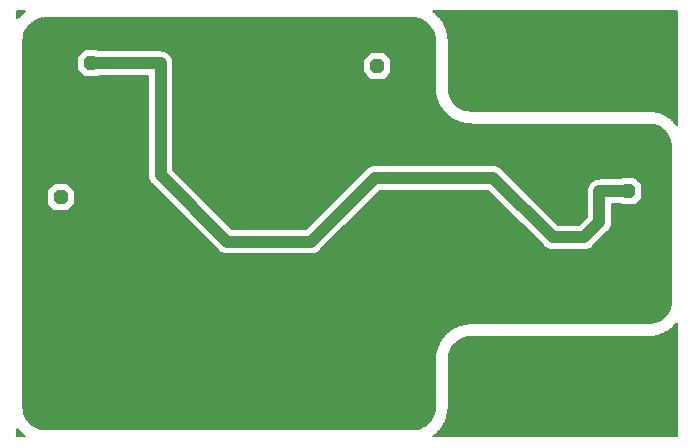
<source format=gbl>
%FSLAX35Y35*%
%MOIN*%
%IN*%
%ADD10C,0.00591*%
%ADD11C,0.01181*%
%ADD12C,0.03937*%
%ADD13R,0.19685X0.19685*%
%AMOCT_14*4,1,8,0.023622,0.011811,0.011811,0.023622,-0.011811,0.023622,-0.023622,0.011811,-0.023622,-0.011811,-0.011811,-0.023622,0.011811,-0.023622,0.023622,-0.011811,0.023622,0.011811,0*%
%ADD14OCT_14*%
G54D12*
X24803Y124409D02*
X48031Y124409D01*
X48031Y87007D01*
X70078Y64960D01*
X98228Y64960D01*
X119488Y86220D01*
X158858Y86220D01*
X178740Y66338D01*
X189173Y66338D01*
X194291Y71456D01*
X194291Y81692D02*
X194291Y71456D01*
X203937Y81692D02*
X194291Y81692D01*
G54D14*
X24803Y124409D03*
X203937Y81692D03*
X14763Y79724D03*
X120275Y123425D03*
G54D10*
X295Y0D02*
X2782Y0D01*
X138949Y0D02*
X220177Y0D01*
X295Y561D02*
X2033Y561D01*
X139699Y561D02*
X220177Y561D01*
X138949Y0D02*
X139734Y590D01*
X2782Y0D02*
X1997Y590D01*
X139734Y590D02*
X139795Y649D01*
X1997Y590D02*
X1936Y649D01*
X139795Y649D02*
X139824Y679D01*
X1936Y649D02*
X1908Y679D01*
X139824Y679D02*
X139939Y767D01*
X1908Y679D02*
X1792Y767D01*
X139939Y767D02*
X140001Y826D01*
X1792Y767D02*
X1731Y826D01*
X295Y1122D02*
X1435Y1122D01*
X140296Y1122D02*
X220177Y1122D01*
X295Y1683D02*
X874Y1683D01*
X140857Y1683D02*
X220177Y1683D01*
X140001Y826D02*
X140886Y1712D01*
X1731Y826D02*
X845Y1712D01*
X140886Y1712D02*
X140923Y1742D01*
X845Y1712D02*
X808Y1742D01*
X140923Y1742D02*
X140955Y1771D01*
X808Y1742D02*
X776Y1771D01*
X140955Y1771D02*
X140980Y1801D01*
X776Y1771D02*
X751Y1801D01*
X140980Y1801D02*
X141018Y1860D01*
X751Y1801D02*
X713Y1860D01*
X141018Y1860D02*
X141038Y1889D01*
X713Y1860D02*
X693Y1889D01*
X141038Y1889D02*
X141064Y1919D01*
X693Y1889D02*
X668Y1919D01*
X141064Y1919D02*
X141102Y1948D01*
X668Y1919D02*
X630Y1948D01*
X141102Y1948D02*
X141133Y1978D01*
X630Y1948D02*
X598Y1978D01*
X141133Y1978D02*
X141159Y2007D01*
X598Y1978D02*
X572Y2007D01*
X295Y2244D02*
X402Y2244D01*
X141329Y2244D02*
X220177Y2244D01*
X141159Y2007D02*
X141329Y2244D01*
X572Y2007D02*
X402Y2244D01*
X9360Y2332D02*
X132372Y2332D01*
X295Y2362D02*
X314Y2362D01*
X132372Y2332D02*
X132667Y2362D01*
X9360Y2332D02*
X9064Y2362D01*
X402Y2244D02*
X314Y2362D01*
X295Y0D02*
X295Y2362D01*
X132784Y2362D02*
X133065Y2391D01*
X8947Y2362D02*
X8667Y2391D01*
X133065Y2391D02*
X133879Y2568D01*
X8667Y2391D02*
X7852Y2568D01*
X133879Y2568D02*
X133998Y2598D01*
X7852Y2568D02*
X7733Y2598D01*
X7179Y2805D02*
X134553Y2805D01*
X141749Y2805D02*
X220177Y2805D01*
X133998Y2598D02*
X135027Y2982D01*
X7733Y2598D02*
X6704Y2982D01*
X141329Y2244D02*
X141948Y3070D01*
X141948Y3070D02*
X142000Y3129D01*
X142000Y3129D02*
X142038Y3188D01*
X142038Y3188D02*
X142079Y3277D01*
X6001Y3366D02*
X135730Y3366D01*
X142148Y3366D02*
X220177Y3366D01*
X142079Y3277D02*
X142122Y3336D01*
X142122Y3336D02*
X142148Y3366D01*
X142148Y3366D02*
X142186Y3425D01*
X142186Y3425D02*
X142216Y3484D01*
X135027Y2982D02*
X135946Y3484D01*
X6704Y2982D02*
X5785Y3484D01*
X135946Y3484D02*
X135991Y3513D01*
X5785Y3484D02*
X5740Y3513D01*
X5188Y3927D02*
X136543Y3927D01*
X142458Y3927D02*
X220177Y3927D01*
X135991Y3513D02*
X136820Y4133D01*
X5740Y3513D02*
X4912Y4133D01*
X136820Y4133D02*
X136910Y4222D01*
X4912Y4133D02*
X4821Y4222D01*
X4556Y4488D02*
X137176Y4488D01*
X142764Y4488D02*
X220177Y4488D01*
X142216Y3484D02*
X142874Y4694D01*
X142874Y4694D02*
X142918Y4812D01*
X142918Y4812D02*
X142934Y4842D01*
X142934Y4842D02*
X142972Y4901D01*
X136910Y4222D02*
X137589Y4901D01*
X4821Y4222D02*
X4142Y4901D01*
X142972Y4901D02*
X142997Y4960D01*
X4031Y5049D02*
X137700Y5049D01*
X143027Y5049D02*
X220177Y5049D01*
X142997Y4960D02*
X143016Y5019D01*
X137589Y4901D02*
X137943Y5374D01*
X4142Y4901D02*
X3788Y5374D01*
X3611Y5610D02*
X138120Y5610D01*
X143236Y5610D02*
X220177Y5610D01*
X137943Y5374D02*
X138230Y5757D01*
X3788Y5374D02*
X3501Y5757D01*
X138230Y5757D02*
X138296Y5875D01*
X3501Y5757D02*
X3435Y5875D01*
X3274Y6171D02*
X138457Y6171D01*
X143445Y6171D02*
X220177Y6171D01*
X143016Y5019D02*
X143497Y6318D01*
X143497Y6318D02*
X143522Y6437D01*
X143522Y6437D02*
X143566Y6555D01*
X143566Y6555D02*
X143587Y6643D01*
X2971Y6732D02*
X138760Y6732D01*
X143607Y6732D02*
X220177Y6732D01*
X138296Y5875D02*
X138760Y6732D01*
X3435Y5875D02*
X2971Y6732D01*
X2762Y7293D02*
X138969Y7293D01*
X143729Y7293D02*
X220177Y7293D01*
X138760Y6732D02*
X139131Y7736D01*
X2971Y6732D02*
X2600Y7736D01*
X2574Y7854D02*
X139157Y7854D01*
X143851Y7854D02*
X220177Y7854D01*
X143587Y6643D02*
X143880Y8001D01*
X143880Y8001D02*
X143887Y8120D01*
X143887Y8120D02*
X143919Y8267D01*
X2452Y8415D02*
X139279Y8415D01*
X143929Y8415D02*
X220177Y8415D01*
X143919Y8267D02*
X143933Y8474D01*
X139131Y7736D02*
X139356Y8769D01*
X2600Y7736D02*
X2375Y8769D01*
X2361Y8976D02*
X139371Y8976D01*
X143969Y8976D02*
X220177Y8976D01*
X2320Y9537D02*
X139411Y9537D01*
X144009Y9537D02*
X220177Y9537D01*
X143933Y8474D02*
X144020Y9714D01*
X144020Y9714D02*
X144021Y9773D01*
X144021Y9773D02*
X144025Y9832D01*
X139356Y8769D02*
X139438Y9950D01*
X2375Y8769D02*
X2293Y9950D01*
X2293Y10098D02*
X139438Y10098D01*
X144025Y10098D02*
X220177Y10098D01*
X2293Y10659D02*
X139438Y10659D01*
X144025Y10659D02*
X220177Y10659D01*
X2293Y11220D02*
X139438Y11220D01*
X144025Y11220D02*
X220177Y11220D01*
X2293Y11781D02*
X139438Y11781D01*
X144025Y11781D02*
X220177Y11781D01*
X2293Y12342D02*
X139438Y12342D01*
X144025Y12342D02*
X220177Y12342D01*
X2293Y12903D02*
X139438Y12903D01*
X144025Y12903D02*
X220177Y12903D01*
X2293Y13464D02*
X139438Y13464D01*
X144025Y13464D02*
X220177Y13464D01*
X2293Y14025D02*
X139438Y14025D01*
X144025Y14025D02*
X220177Y14025D01*
X2293Y14586D02*
X139438Y14586D01*
X144025Y14586D02*
X220177Y14586D01*
X2293Y15147D02*
X139438Y15147D01*
X144025Y15147D02*
X220177Y15147D01*
X2293Y15708D02*
X139438Y15708D01*
X144025Y15708D02*
X220177Y15708D01*
X2293Y16269D02*
X139438Y16269D01*
X144025Y16269D02*
X220177Y16269D01*
X2293Y16830D02*
X139438Y16830D01*
X144025Y16830D02*
X220177Y16830D01*
X2293Y17391D02*
X139438Y17391D01*
X144025Y17391D02*
X220177Y17391D01*
X2293Y17952D02*
X139438Y17952D01*
X144025Y17952D02*
X220177Y17952D01*
X2293Y18513D02*
X139438Y18513D01*
X144025Y18513D02*
X220177Y18513D01*
X2293Y19074D02*
X139438Y19074D01*
X144025Y19074D02*
X220177Y19074D01*
X2293Y19635D02*
X139438Y19635D01*
X144025Y19635D02*
X220177Y19635D01*
X2293Y20196D02*
X139438Y20196D01*
X144025Y20196D02*
X220177Y20196D01*
X2293Y20757D02*
X139438Y20757D01*
X144025Y20757D02*
X220177Y20757D01*
X2293Y21318D02*
X139438Y21318D01*
X144025Y21318D02*
X220177Y21318D01*
X2293Y21879D02*
X139438Y21879D01*
X144025Y21879D02*
X220177Y21879D01*
X2293Y22440D02*
X139438Y22440D01*
X144025Y22440D02*
X220177Y22440D01*
X2293Y23001D02*
X139438Y23001D01*
X144025Y23001D02*
X220177Y23001D01*
X2293Y23562D02*
X139438Y23562D01*
X144025Y23562D02*
X220177Y23562D01*
X2293Y24124D02*
X139438Y24124D01*
X144025Y24124D02*
X220177Y24124D01*
X2293Y24685D02*
X139438Y24685D01*
X144025Y24685D02*
X220177Y24685D01*
X2293Y25246D02*
X139438Y25246D01*
X144025Y25246D02*
X220177Y25246D01*
X144025Y9832D02*
X144027Y25541D01*
X139438Y9950D02*
X139440Y25629D01*
X139440Y25629D02*
X139444Y25688D01*
X139444Y25688D02*
X139444Y25748D01*
X2293Y25807D02*
X139448Y25807D01*
X144046Y25807D02*
X220177Y25807D01*
X139444Y25748D02*
X139459Y25954D01*
X2293Y26368D02*
X139488Y26368D01*
X144087Y26368D02*
X220177Y26368D01*
X144027Y25541D02*
X144108Y26663D01*
X2293Y26929D02*
X139528Y26929D01*
X144165Y26929D02*
X220177Y26929D01*
X139459Y25954D02*
X139548Y27194D01*
X139548Y27194D02*
X139562Y27253D01*
X139562Y27253D02*
X139576Y27312D01*
X144108Y26663D02*
X144262Y27372D01*
X2293Y27490D02*
X139593Y27490D01*
X144287Y27490D02*
X220177Y27490D01*
X139576Y27312D02*
X139593Y27490D01*
X139593Y27490D02*
X139626Y27637D01*
X144262Y27372D02*
X144340Y27726D01*
X2293Y28051D02*
X139716Y28051D01*
X144461Y28051D02*
X220177Y28051D01*
X2293Y28612D02*
X139838Y28612D01*
X144671Y28612D02*
X220177Y28612D01*
X144340Y27726D02*
X144716Y28730D01*
X139626Y27637D02*
X139897Y28877D01*
X139897Y28877D02*
X139930Y28966D01*
X139930Y28966D02*
X139949Y29025D01*
X2293Y29173D02*
X139985Y29173D01*
X144958Y29173D02*
X220177Y29173D01*
X139949Y29025D02*
X139975Y29143D01*
X139975Y29143D02*
X140029Y29291D01*
X144716Y28730D02*
X145233Y29675D01*
X2293Y29734D02*
X140194Y29734D01*
X145277Y29734D02*
X220177Y29734D01*
X2293Y30295D02*
X140404Y30295D01*
X145697Y30295D02*
X220177Y30295D01*
X145233Y29675D02*
X145874Y30531D01*
X140029Y29291D02*
X140492Y30531D01*
X140492Y30531D02*
X140558Y30649D01*
X140558Y30649D02*
X140603Y30767D01*
X2293Y30856D02*
X140651Y30856D01*
X146199Y30856D02*
X220177Y30856D01*
X140603Y30767D02*
X140699Y30944D01*
X145874Y30531D02*
X146644Y31299D01*
X2293Y31417D02*
X140957Y31417D01*
X146802Y31417D02*
X220177Y31417D01*
X146644Y31299D02*
X147472Y31919D01*
X2293Y31978D02*
X141264Y31978D01*
X147571Y31978D02*
X220177Y31978D01*
X147472Y31919D02*
X147517Y31948D01*
X140699Y30944D02*
X141316Y32066D01*
X141316Y32066D02*
X141364Y32125D01*
X141364Y32125D02*
X141384Y32155D01*
X141384Y32155D02*
X141411Y32214D01*
X141411Y32214D02*
X141442Y32273D01*
X141442Y32273D02*
X141463Y32303D01*
X141463Y32303D02*
X141538Y32391D01*
X147517Y31948D02*
X148436Y32450D01*
X2293Y32539D02*
X141648Y32539D01*
X148674Y32539D02*
X220177Y32539D01*
X148436Y32450D02*
X149149Y32716D01*
X149149Y32716D02*
X149465Y32834D01*
X149465Y32834D02*
X149584Y32864D01*
X149584Y32864D02*
X150399Y33041D01*
X2293Y33100D02*
X142068Y33100D01*
X151092Y33100D02*
X220177Y33100D01*
X150399Y33041D02*
X150679Y33070D01*
X150797Y33070D02*
X151092Y33100D01*
X210334Y33100D02*
X210629Y33129D01*
X210678Y33129D02*
X210973Y33159D01*
X211090Y33159D02*
X211386Y33188D01*
X211503Y33188D02*
X211799Y33218D01*
X211885Y33218D02*
X212180Y33248D01*
X212180Y33248D02*
X212436Y33277D01*
X212436Y33277D02*
X212584Y33307D01*
X212584Y33307D02*
X212692Y33336D01*
X141538Y32391D02*
X142267Y33366D01*
X142267Y33366D02*
X142305Y33425D01*
X142305Y33425D02*
X142330Y33454D01*
X142330Y33454D02*
X142362Y33484D01*
X142362Y33484D02*
X142400Y33513D01*
X142400Y33513D02*
X142426Y33543D01*
X212692Y33336D02*
X213642Y33543D01*
X213642Y33543D02*
X213808Y33572D01*
X213808Y33572D02*
X213956Y33602D01*
X2293Y33661D02*
X142509Y33661D01*
X214084Y33661D02*
X220177Y33661D01*
X213956Y33602D02*
X214013Y33631D01*
X142426Y33543D02*
X142483Y33631D01*
X214013Y33631D02*
X214084Y33661D01*
X142483Y33631D02*
X142509Y33661D01*
X214084Y33661D02*
X214224Y33690D01*
X142509Y33661D02*
X142540Y33690D01*
X142540Y33690D02*
X142577Y33720D01*
X214224Y33690D02*
X215491Y34163D01*
X2293Y34222D02*
X143079Y34222D01*
X215614Y34222D02*
X220177Y34222D01*
X215491Y34163D02*
X215557Y34192D01*
X215557Y34192D02*
X215668Y34251D01*
X215668Y34251D02*
X215781Y34281D01*
X215781Y34281D02*
X215838Y34311D01*
X215838Y34311D02*
X215879Y34340D01*
X215879Y34340D02*
X215926Y34370D01*
X142577Y33720D02*
X143524Y34665D01*
X143524Y34665D02*
X143602Y34724D01*
X2293Y34783D02*
X143669Y34783D01*
X216683Y34783D02*
X220177Y34783D01*
X143602Y34724D02*
X143640Y34753D01*
X143640Y34753D02*
X143729Y34842D01*
X143729Y34842D02*
X143804Y34901D01*
X215926Y34370D02*
X216954Y34931D01*
X216954Y34931D02*
X217070Y34990D01*
X217070Y34990D02*
X217111Y35019D01*
X217111Y35019D02*
X217143Y35049D01*
X217143Y35049D02*
X217182Y35078D01*
X217182Y35078D02*
X217243Y35108D01*
X217243Y35108D02*
X217300Y35137D01*
X217300Y35137D02*
X217340Y35167D01*
X217340Y35167D02*
X217374Y35196D01*
X2293Y35344D02*
X144396Y35344D01*
X217571Y35344D02*
X220177Y35344D01*
X143804Y34901D02*
X144830Y35669D01*
X144830Y35669D02*
X144863Y35698D01*
X144863Y35698D02*
X144904Y35728D01*
X144904Y35728D02*
X144961Y35757D01*
X144961Y35757D02*
X145022Y35787D01*
X145022Y35787D02*
X145060Y35816D01*
X145060Y35816D02*
X145093Y35846D01*
X2293Y35905D02*
X145190Y35905D01*
X218321Y35905D02*
X220177Y35905D01*
X145093Y35846D02*
X145133Y35875D01*
X145133Y35875D02*
X145358Y35994D01*
X217374Y35196D02*
X218475Y36023D01*
X218475Y36023D02*
X218535Y36082D01*
X218535Y36082D02*
X218564Y36112D01*
X218564Y36112D02*
X218680Y36200D01*
X218680Y36200D02*
X218741Y36259D01*
X2293Y36466D02*
X146223Y36466D01*
X218947Y36466D02*
X220177Y36466D01*
X145358Y35994D02*
X146278Y36496D01*
X146278Y36496D02*
X146325Y36525D01*
X146325Y36525D02*
X146366Y36555D01*
X146366Y36555D02*
X146423Y36584D01*
X146423Y36584D02*
X146536Y36614D01*
X146536Y36614D02*
X146646Y36673D01*
X146646Y36673D02*
X146713Y36702D01*
X2293Y37027D02*
X147584Y37027D01*
X219508Y37027D02*
X220177Y37027D01*
X218741Y36259D02*
X219627Y37145D01*
X219627Y37145D02*
X219663Y37175D01*
X146713Y36702D02*
X147980Y37175D01*
X219663Y37175D02*
X219695Y37204D01*
X147980Y37175D02*
X148119Y37204D01*
X219695Y37204D02*
X219721Y37234D01*
X148119Y37204D02*
X148191Y37234D01*
X148191Y37234D02*
X148248Y37263D01*
X148248Y37263D02*
X148395Y37293D01*
X219721Y37234D02*
X219759Y37293D01*
X219759Y37293D02*
X219778Y37322D01*
X148395Y37293D02*
X148562Y37322D01*
X219778Y37322D02*
X219804Y37352D01*
X219804Y37352D02*
X219842Y37381D01*
X219842Y37381D02*
X219873Y37411D01*
X219873Y37411D02*
X219899Y37440D01*
X148562Y37322D02*
X149512Y37529D01*
X2293Y37588D02*
X149768Y37588D01*
X220003Y37588D02*
X220177Y37588D01*
X149512Y37529D02*
X149620Y37559D01*
X149620Y37559D02*
X149768Y37588D01*
X149768Y37588D02*
X150024Y37618D01*
X150024Y37618D02*
X150319Y37647D01*
X150405Y37647D02*
X150700Y37677D01*
X219899Y37440D02*
X220069Y37677D01*
X150818Y37677D02*
X151113Y37706D01*
X151870Y37765D02*
X210816Y37765D01*
X151231Y37706D02*
X151526Y37736D01*
X220158Y37795D02*
X220177Y37795D01*
X151574Y37736D02*
X151870Y37765D01*
X211112Y37765D02*
X211407Y37795D01*
X220069Y37677D02*
X220158Y37795D01*
X220177Y0D02*
X220177Y37795D01*
X211525Y37795D02*
X211805Y37824D01*
X211805Y37824D02*
X212619Y38001D01*
X212619Y38001D02*
X212739Y38031D01*
X2293Y38149D02*
X213055Y38149D01*
X212739Y38031D02*
X213767Y38415D01*
X2293Y38710D02*
X214308Y38710D01*
X213767Y38415D02*
X214687Y38917D01*
X214687Y38917D02*
X214731Y38946D01*
X2293Y39271D02*
X215165Y39271D01*
X214731Y38946D02*
X215560Y39566D01*
X215560Y39566D02*
X215650Y39655D01*
X2293Y39832D02*
X215827Y39832D01*
X215650Y39655D02*
X216329Y40334D01*
X2293Y40393D02*
X216374Y40393D01*
X216329Y40334D02*
X216683Y40807D01*
X2293Y40954D02*
X216794Y40954D01*
X216683Y40807D02*
X216971Y41190D01*
X216971Y41190D02*
X217036Y41309D01*
X2293Y41515D02*
X217149Y41515D01*
X2293Y42076D02*
X217456Y42076D01*
X217036Y41309D02*
X217500Y42165D01*
X2293Y42637D02*
X217676Y42637D01*
X2293Y43198D02*
X217878Y43198D01*
X217500Y42165D02*
X217871Y43169D01*
X2293Y43759D02*
X218000Y43759D01*
X217871Y43169D02*
X218096Y44202D01*
X2293Y44320D02*
X218105Y44320D01*
X2293Y44881D02*
X218145Y44881D01*
X218096Y44202D02*
X218179Y45383D01*
X2293Y45442D02*
X218179Y45442D01*
X2293Y46003D02*
X218179Y46003D01*
X2293Y46564D02*
X218179Y46564D01*
X2293Y47125D02*
X218179Y47125D01*
X2293Y47687D02*
X218179Y47687D01*
X2293Y48248D02*
X218179Y48248D01*
X2293Y48809D02*
X218179Y48809D01*
X2293Y49370D02*
X218179Y49370D01*
X2293Y49931D02*
X218179Y49931D01*
X2293Y50492D02*
X218179Y50492D01*
X2293Y51053D02*
X218179Y51053D01*
X2293Y51614D02*
X218179Y51614D01*
X2293Y52175D02*
X218179Y52175D01*
X2293Y52736D02*
X218179Y52736D01*
X2293Y53297D02*
X218179Y53297D01*
X2293Y53858D02*
X218179Y53858D01*
X2293Y54419D02*
X218179Y54419D01*
X2293Y54980D02*
X218179Y54980D01*
X2293Y55541D02*
X218179Y55541D01*
X2293Y56102D02*
X218179Y56102D01*
X2293Y56663D02*
X218179Y56663D01*
X2293Y57224D02*
X218179Y57224D01*
X2293Y57785D02*
X218179Y57785D01*
X2293Y58346D02*
X218179Y58346D01*
X2293Y58907D02*
X218179Y58907D01*
X2293Y59468D02*
X218179Y59468D01*
X2293Y60029D02*
X218179Y60029D01*
X2293Y60590D02*
X218179Y60590D01*
X70292Y60679D02*
X98014Y60679D01*
X69890Y60708D02*
X69997Y60708D01*
X98309Y60708D02*
X98416Y60708D01*
X98447Y60679D02*
X98477Y60708D01*
X98447Y60679D02*
X98416Y60708D01*
X98014Y60679D02*
X98309Y60708D01*
X70292Y60679D02*
X69997Y60708D01*
X69859Y60679D02*
X69890Y60708D01*
X69859Y60679D02*
X69829Y60708D01*
X98477Y60708D02*
X98799Y60767D01*
X69829Y60708D02*
X69507Y60767D01*
X98861Y60767D02*
X99156Y60797D01*
X69445Y60767D02*
X69150Y60797D01*
X99156Y60797D02*
X99304Y60826D01*
X69150Y60797D02*
X69003Y60826D01*
X99304Y60826D02*
X99360Y60856D01*
X69003Y60826D02*
X68946Y60856D01*
X99360Y60856D02*
X99430Y60885D01*
X68946Y60856D02*
X68876Y60885D01*
X99430Y60885D02*
X99555Y60915D01*
X68876Y60885D02*
X68752Y60915D01*
X99555Y60915D02*
X99817Y61033D01*
X68752Y60915D02*
X68489Y61033D01*
X99817Y61033D02*
X99889Y61062D01*
X68489Y61033D02*
X68417Y61062D01*
X2293Y61151D02*
X68184Y61151D01*
X100122Y61151D02*
X218179Y61151D01*
X99889Y61062D02*
X100122Y61151D01*
X68417Y61062D02*
X68184Y61151D01*
X100122Y61151D02*
X100190Y61181D01*
X68184Y61151D02*
X68116Y61181D01*
X100190Y61181D02*
X100247Y61210D01*
X68116Y61181D02*
X68059Y61210D01*
X100247Y61210D02*
X100290Y61240D01*
X68059Y61210D02*
X68016Y61240D01*
X100290Y61240D02*
X100342Y61269D01*
X68016Y61240D02*
X67964Y61269D01*
X100342Y61269D02*
X100453Y61328D01*
X67964Y61269D02*
X67853Y61328D01*
X100453Y61328D02*
X100532Y61387D01*
X67853Y61328D02*
X67774Y61387D01*
X100532Y61387D02*
X100760Y61564D01*
X67774Y61387D02*
X67546Y61564D01*
X2293Y61712D02*
X67332Y61712D01*
X100974Y61712D02*
X218179Y61712D01*
X100760Y61564D02*
X101015Y61742D01*
X67546Y61564D02*
X67291Y61742D01*
X101015Y61742D02*
X101053Y61771D01*
X67291Y61742D02*
X67253Y61771D01*
X101053Y61771D02*
X101084Y61801D01*
X67253Y61771D02*
X67222Y61801D01*
X101084Y61801D02*
X101137Y61860D01*
X67222Y61801D02*
X67169Y61860D01*
X101137Y61860D02*
X101247Y61948D01*
X67169Y61860D02*
X67059Y61948D01*
X101247Y61948D02*
X101273Y61978D01*
X67059Y61948D02*
X67034Y61978D01*
X179035Y62037D02*
X188877Y62037D01*
X188877Y62037D02*
X189173Y62066D01*
X179035Y62037D02*
X178740Y62066D01*
X189180Y62066D02*
X189476Y62096D01*
X178732Y62066D02*
X178437Y62096D01*
X189476Y62096D02*
X189637Y62125D01*
X178437Y62096D02*
X178276Y62125D01*
X189637Y62125D02*
X189821Y62155D01*
X178276Y62125D02*
X178091Y62155D01*
X189821Y62155D02*
X190101Y62185D01*
X178091Y62155D02*
X177812Y62185D01*
X190101Y62185D02*
X190248Y62214D01*
X177812Y62185D02*
X177664Y62214D01*
X2293Y62273D02*
X66738Y62273D01*
X101568Y62273D02*
X177438Y62273D01*
X190474Y62273D02*
X218179Y62273D01*
X190248Y62214D02*
X190326Y62244D01*
X177664Y62214D02*
X177586Y62244D01*
X190326Y62244D02*
X190474Y62273D01*
X177586Y62244D02*
X177438Y62273D01*
X190474Y62273D02*
X190587Y62332D01*
X177438Y62273D02*
X177325Y62332D01*
X190587Y62332D02*
X190784Y62421D01*
X177325Y62332D02*
X177129Y62421D01*
X190784Y62421D02*
X190937Y62480D01*
X177129Y62421D02*
X176975Y62480D01*
X190937Y62480D02*
X191015Y62509D01*
X176975Y62480D02*
X176897Y62509D01*
X191015Y62509D02*
X191123Y62539D01*
X176897Y62509D02*
X176790Y62539D01*
X191123Y62539D02*
X191179Y62568D01*
X176790Y62539D02*
X176733Y62568D01*
X191179Y62568D02*
X191220Y62598D01*
X176733Y62568D02*
X176692Y62598D01*
X191220Y62598D02*
X191252Y62627D01*
X176692Y62598D02*
X176660Y62627D01*
X191252Y62627D02*
X191327Y62657D01*
X176660Y62627D02*
X176586Y62657D01*
X191327Y62657D02*
X191384Y62687D01*
X176586Y62657D02*
X176529Y62687D01*
X191384Y62687D02*
X191424Y62716D01*
X176529Y62687D02*
X176488Y62716D01*
X191424Y62716D02*
X191489Y62775D01*
X176488Y62716D02*
X176423Y62775D01*
X2293Y62834D02*
X66177Y62834D01*
X102129Y62834D02*
X176348Y62834D01*
X191565Y62834D02*
X218179Y62834D01*
X191489Y62775D02*
X191678Y62923D01*
X176423Y62775D02*
X176235Y62923D01*
X191678Y62923D02*
X191848Y63041D01*
X176235Y62923D02*
X176065Y63041D01*
X191848Y63041D02*
X191892Y63070D01*
X176065Y63041D02*
X176020Y63070D01*
X191892Y63070D02*
X191949Y63100D01*
X176020Y63070D02*
X175964Y63100D01*
X191949Y63100D02*
X191990Y63129D01*
X175964Y63100D02*
X175923Y63129D01*
X191990Y63129D02*
X192021Y63159D01*
X175923Y63129D02*
X175891Y63159D01*
X192021Y63159D02*
X192047Y63188D01*
X175891Y63159D02*
X175866Y63188D01*
X192047Y63188D02*
X192092Y63248D01*
X175866Y63188D02*
X175820Y63248D01*
X192092Y63248D02*
X192166Y63307D01*
X175820Y63248D02*
X175746Y63307D01*
X2293Y63395D02*
X65616Y63395D01*
X102690Y63395D02*
X175656Y63395D01*
X192257Y63395D02*
X218179Y63395D01*
X192166Y63307D02*
X192227Y63366D01*
X175746Y63307D02*
X175685Y63366D01*
X2293Y63956D02*
X65055Y63956D01*
X103251Y63956D02*
X175095Y63956D01*
X192818Y63956D02*
X218179Y63956D01*
X2293Y64517D02*
X64494Y64517D01*
X103812Y64517D02*
X174534Y64517D01*
X193379Y64517D02*
X218179Y64517D01*
X2293Y65078D02*
X63933Y65078D01*
X104373Y65078D02*
X173973Y65078D01*
X193940Y65078D02*
X218179Y65078D01*
X2293Y65639D02*
X63372Y65639D01*
X104934Y65639D02*
X173411Y65639D01*
X194501Y65639D02*
X218179Y65639D01*
X2293Y66200D02*
X62811Y66200D01*
X105495Y66200D02*
X172850Y66200D01*
X195062Y66200D02*
X218179Y66200D01*
X2293Y66761D02*
X62250Y66761D01*
X106056Y66761D02*
X172289Y66761D01*
X195623Y66761D02*
X218179Y66761D01*
X2293Y67322D02*
X61689Y67322D01*
X106617Y67322D02*
X171728Y67322D01*
X196184Y67322D02*
X218179Y67322D01*
X2293Y67883D02*
X61128Y67883D01*
X107178Y67883D02*
X171167Y67883D01*
X196745Y67883D02*
X218179Y67883D01*
X2293Y68444D02*
X60567Y68444D01*
X107739Y68444D02*
X170606Y68444D01*
X197310Y68444D02*
X218179Y68444D01*
X192227Y63366D02*
X197278Y68415D01*
X197278Y68415D02*
X197310Y68444D01*
X197310Y68444D02*
X197336Y68474D01*
X197336Y68474D02*
X197379Y68533D01*
X197379Y68533D02*
X197441Y68592D01*
X197441Y68592D02*
X197472Y68622D01*
X197472Y68622D02*
X197498Y68651D01*
X197498Y68651D02*
X197661Y68887D01*
X2293Y69005D02*
X60006Y69005D01*
X108300Y69005D02*
X170045Y69005D01*
X197749Y69005D02*
X218179Y69005D01*
X197661Y68887D02*
X197726Y68976D01*
X71824Y69242D02*
X96482Y69242D01*
X197726Y68976D02*
X197933Y69242D01*
X197933Y69242D02*
X197964Y69301D01*
X197964Y69301D02*
X197990Y69360D01*
X197990Y69360D02*
X198079Y69507D01*
X2293Y69566D02*
X59445Y69566D01*
X71499Y69566D02*
X96807Y69566D01*
X108861Y69566D02*
X169484Y69566D01*
X198102Y69566D02*
X218179Y69566D01*
X198079Y69507D02*
X198216Y69862D01*
X2293Y70127D02*
X58884Y70127D01*
X70938Y70127D02*
X97368Y70127D01*
X109422Y70127D02*
X168923Y70127D01*
X198335Y70127D02*
X218179Y70127D01*
X198216Y69862D02*
X198359Y70187D01*
X198359Y70187D02*
X198373Y70246D01*
X198373Y70246D02*
X198393Y70334D01*
X198393Y70334D02*
X198423Y70423D01*
X198423Y70423D02*
X198437Y70482D01*
X180475Y70629D02*
X187437Y70629D01*
X2293Y70688D02*
X58323Y70688D01*
X70377Y70688D02*
X97929Y70688D01*
X109983Y70688D02*
X168362Y70688D01*
X180416Y70688D02*
X187496Y70688D01*
X198462Y70688D02*
X218179Y70688D01*
X198437Y70482D02*
X198487Y70866D01*
X198487Y70866D02*
X198544Y71190D01*
X2293Y71250D02*
X57762Y71250D01*
X69816Y71250D02*
X98490Y71250D01*
X110544Y71250D02*
X167801Y71250D01*
X179855Y71250D02*
X188057Y71250D01*
X198544Y71250D02*
X218179Y71250D01*
X198544Y71190D02*
X198544Y71250D01*
X198544Y71250D02*
X198541Y71338D01*
X198541Y71338D02*
X198553Y71456D01*
X2293Y71811D02*
X57201Y71811D01*
X69255Y71811D02*
X99051Y71811D01*
X111105Y71811D02*
X167240Y71811D01*
X179294Y71811D02*
X188618Y71811D01*
X198553Y71811D02*
X218179Y71811D01*
X2293Y72372D02*
X56640Y72372D01*
X68694Y72372D02*
X99612Y72372D01*
X111666Y72372D02*
X166679Y72372D01*
X178733Y72372D02*
X189179Y72372D01*
X198553Y72372D02*
X218179Y72372D01*
X2293Y72933D02*
X56079Y72933D01*
X68133Y72933D02*
X100173Y72933D01*
X112227Y72933D02*
X166118Y72933D01*
X178172Y72933D02*
X189740Y72933D01*
X198553Y72933D02*
X218179Y72933D01*
X187437Y70629D02*
X190006Y73198D01*
X190006Y73198D02*
X190029Y73228D01*
X2293Y73494D02*
X55518Y73494D01*
X67572Y73494D02*
X100734Y73494D01*
X112788Y73494D02*
X165557Y73494D01*
X177611Y73494D02*
X190029Y73494D01*
X198553Y73494D02*
X218179Y73494D01*
X2293Y74055D02*
X54957Y74055D01*
X67011Y74055D02*
X101295Y74055D01*
X113349Y74055D02*
X164996Y74055D01*
X177050Y74055D02*
X190029Y74055D01*
X198553Y74055D02*
X218179Y74055D01*
X2293Y74616D02*
X54396Y74616D01*
X66450Y74616D02*
X101856Y74616D01*
X113910Y74616D02*
X164435Y74616D01*
X176489Y74616D02*
X190029Y74616D01*
X198553Y74616D02*
X218179Y74616D01*
X12923Y75029D02*
X16604Y75029D01*
X16604Y75029D02*
X16899Y75059D01*
X12923Y75029D02*
X12627Y75059D01*
X16899Y75059D02*
X17047Y75088D01*
X12627Y75059D02*
X12480Y75088D01*
X17047Y75088D02*
X17104Y75118D01*
X12480Y75088D02*
X12423Y75118D01*
X2293Y75177D02*
X12350Y75177D01*
X17176Y75177D02*
X53835Y75177D01*
X65889Y75177D02*
X102417Y75177D01*
X114471Y75177D02*
X163874Y75177D01*
X175928Y75177D02*
X190029Y75177D01*
X198553Y75177D02*
X218179Y75177D01*
X17104Y75118D02*
X17144Y75147D01*
X12423Y75118D02*
X12382Y75147D01*
X17144Y75147D02*
X17176Y75177D01*
X12382Y75147D02*
X12350Y75177D01*
X17176Y75177D02*
X17255Y75265D01*
X12350Y75177D02*
X12272Y75265D01*
X2293Y75738D02*
X11799Y75738D01*
X17727Y75738D02*
X53274Y75738D01*
X65328Y75738D02*
X102978Y75738D01*
X115032Y75738D02*
X163313Y75738D01*
X175367Y75738D02*
X190029Y75738D01*
X198553Y75738D02*
X218179Y75738D01*
X2293Y76299D02*
X11238Y76299D01*
X18288Y76299D02*
X52713Y76299D01*
X64767Y76299D02*
X103539Y76299D01*
X115593Y76299D02*
X162752Y76299D01*
X174806Y76299D02*
X190029Y76299D01*
X198553Y76299D02*
X218179Y76299D01*
X2293Y76860D02*
X10677Y76860D01*
X18849Y76860D02*
X52152Y76860D01*
X64206Y76860D02*
X104100Y76860D01*
X116154Y76860D02*
X162191Y76860D01*
X174245Y76860D02*
X190029Y76860D01*
X198553Y76860D02*
X218179Y76860D01*
X202096Y77007D02*
X205777Y77007D01*
X205777Y77007D02*
X206072Y77037D01*
X202096Y77007D02*
X201801Y77037D01*
X206072Y77037D02*
X206220Y77066D01*
X201801Y77037D02*
X201653Y77066D01*
X206220Y77066D02*
X206277Y77096D01*
X201653Y77066D02*
X201596Y77096D01*
X206277Y77096D02*
X206318Y77125D01*
X201596Y77096D02*
X201555Y77125D01*
X206318Y77125D02*
X206379Y77185D01*
X201555Y77125D02*
X201494Y77185D01*
X17255Y75265D02*
X19292Y77303D01*
X12272Y75265D02*
X10234Y77303D01*
X19292Y77303D02*
X19318Y77332D01*
X10234Y77303D02*
X10209Y77332D01*
X198553Y77391D02*
X201287Y77391D01*
X2293Y77421D02*
X10151Y77421D01*
X19375Y77421D02*
X51591Y77421D01*
X63645Y77421D02*
X104661Y77421D01*
X116715Y77421D02*
X161630Y77421D01*
X173684Y77421D02*
X190029Y77421D01*
X206615Y77421D02*
X218179Y77421D01*
X19318Y77332D02*
X19358Y77391D01*
X10209Y77332D02*
X10168Y77391D01*
X201494Y77185D02*
X201287Y77391D01*
X198553Y71456D02*
X198553Y77391D01*
X19358Y77391D02*
X19389Y77450D01*
X10168Y77391D02*
X10137Y77450D01*
X19389Y77450D02*
X19408Y77509D01*
X10137Y77450D02*
X10118Y77509D01*
X19408Y77509D02*
X19418Y77568D01*
X10118Y77509D02*
X10109Y77568D01*
X19418Y77568D02*
X19419Y77687D01*
X10109Y77568D02*
X10108Y77687D01*
X2293Y77982D02*
X10108Y77982D01*
X19419Y77982D02*
X51030Y77982D01*
X63084Y77982D02*
X105223Y77982D01*
X117276Y77982D02*
X161069Y77982D01*
X173123Y77982D02*
X190029Y77982D01*
X207176Y77982D02*
X218179Y77982D01*
X2293Y78543D02*
X10108Y78543D01*
X19419Y78543D02*
X50469Y78543D01*
X62523Y78543D02*
X105784Y78543D01*
X117838Y78543D02*
X160508Y78543D01*
X172562Y78543D02*
X190029Y78543D01*
X207737Y78543D02*
X218179Y78543D01*
X2293Y79104D02*
X10108Y79104D01*
X19419Y79104D02*
X49908Y79104D01*
X61962Y79104D02*
X106345Y79104D01*
X118399Y79104D02*
X159947Y79104D01*
X172001Y79104D02*
X190029Y79104D01*
X208298Y79104D02*
X218179Y79104D01*
X206379Y77185D02*
X208416Y79222D01*
X208416Y79222D02*
X208453Y79251D01*
X208453Y79251D02*
X208485Y79281D01*
X208485Y79281D02*
X208511Y79311D01*
X208511Y79311D02*
X208549Y79370D01*
X208549Y79370D02*
X208573Y79429D01*
X208573Y79429D02*
X208587Y79488D01*
X208587Y79488D02*
X208592Y79547D01*
X2293Y79665D02*
X10108Y79665D01*
X19419Y79665D02*
X49347Y79665D01*
X61401Y79665D02*
X106906Y79665D01*
X118960Y79665D02*
X159386Y79665D01*
X171440Y79665D02*
X190029Y79665D01*
X208592Y79665D02*
X218179Y79665D01*
X2293Y80226D02*
X10108Y80226D01*
X19419Y80226D02*
X48786Y80226D01*
X60839Y80226D02*
X107467Y80226D01*
X119521Y80226D02*
X158825Y80226D01*
X170879Y80226D02*
X190029Y80226D01*
X208592Y80226D02*
X218179Y80226D01*
X2293Y80787D02*
X10108Y80787D01*
X19419Y80787D02*
X48224Y80787D01*
X60278Y80787D02*
X108028Y80787D01*
X120082Y80787D02*
X158264Y80787D01*
X170318Y80787D02*
X190029Y80787D01*
X208592Y80787D02*
X218179Y80787D01*
X2293Y81348D02*
X10108Y81348D01*
X19419Y81348D02*
X47663Y81348D01*
X59717Y81348D02*
X108589Y81348D01*
X120643Y81348D02*
X157703Y81348D01*
X169757Y81348D02*
X190029Y81348D01*
X208592Y81348D02*
X218179Y81348D01*
X190029Y73228D02*
X190030Y81732D01*
X2293Y81909D02*
X10112Y81909D01*
X19414Y81909D02*
X47102Y81909D01*
X59156Y81909D02*
X109150Y81909D01*
X121204Y81909D02*
X157142Y81909D01*
X169196Y81909D02*
X190053Y81909D01*
X208592Y81909D02*
X218179Y81909D01*
X19419Y77687D02*
X19418Y81879D01*
X10108Y77687D02*
X10109Y81879D01*
X121233Y81938D02*
X157112Y81938D01*
X19418Y81879D02*
X19408Y81938D01*
X10109Y81879D02*
X10118Y81938D01*
X175685Y63366D02*
X157112Y81938D01*
X101273Y61978D02*
X121233Y81938D01*
X19408Y81938D02*
X19389Y81998D01*
X10118Y81938D02*
X10137Y81998D01*
X190030Y81732D02*
X190057Y81998D01*
X19389Y81998D02*
X19358Y82057D01*
X10137Y81998D02*
X10168Y82057D01*
X19358Y82057D02*
X19318Y82116D01*
X10168Y82057D02*
X10209Y82116D01*
X19318Y82116D02*
X19292Y82145D01*
X10209Y82116D02*
X10234Y82145D01*
X190057Y81998D02*
X190058Y82175D01*
X190058Y82175D02*
X190071Y82263D01*
X2293Y82470D02*
X10559Y82470D01*
X18967Y82470D02*
X46541Y82470D01*
X58595Y82470D02*
X109711Y82470D01*
X168635Y82470D02*
X190121Y82470D01*
X208592Y82470D02*
X218179Y82470D01*
X190071Y82263D02*
X190121Y82470D01*
X190121Y82470D02*
X190152Y82706D01*
X190152Y82706D02*
X190170Y82765D01*
X190170Y82765D02*
X190246Y82972D01*
X2293Y83031D02*
X11120Y83031D01*
X18406Y83031D02*
X45980Y83031D01*
X58034Y83031D02*
X110272Y83031D01*
X168074Y83031D02*
X190261Y83031D01*
X208592Y83031D02*
X218179Y83031D01*
X190246Y82972D02*
X190298Y83179D01*
X190298Y83179D02*
X190322Y83238D01*
X190322Y83238D02*
X190367Y83326D01*
X190367Y83326D02*
X190428Y83444D01*
X2293Y83592D02*
X11681Y83592D01*
X17845Y83592D02*
X45419Y83592D01*
X57473Y83592D02*
X110833Y83592D01*
X167513Y83592D02*
X190484Y83592D01*
X208592Y83592D02*
X218179Y83592D01*
X190428Y83444D02*
X190517Y83681D01*
X190517Y83681D02*
X190555Y83740D01*
X190555Y83740D02*
X190580Y83769D01*
X208592Y79547D02*
X208591Y83858D01*
X190580Y83769D02*
X190662Y83887D01*
X208591Y83858D02*
X208582Y83917D01*
X208582Y83917D02*
X208562Y83976D01*
X67034Y61978D02*
X45007Y84005D01*
X208562Y83976D02*
X208532Y84035D01*
X208532Y84035D02*
X208511Y84064D01*
X45007Y84005D02*
X44959Y84064D01*
X208511Y84064D02*
X208485Y84094D01*
X44959Y84064D02*
X44935Y84094D01*
X190662Y83887D02*
X190772Y84094D01*
X2293Y84153D02*
X12242Y84153D01*
X17284Y84153D02*
X44871Y84153D01*
X56912Y84153D02*
X111394Y84153D01*
X166952Y84153D02*
X190816Y84153D01*
X208426Y84153D02*
X218179Y84153D01*
X190772Y84094D02*
X190816Y84153D01*
X44935Y84094D02*
X44871Y84153D01*
X44871Y84153D02*
X44817Y84212D01*
X19292Y82145D02*
X17225Y84212D01*
X10234Y82145D02*
X12301Y84212D01*
X17225Y84212D02*
X17176Y84271D01*
X12301Y84212D02*
X12350Y84271D01*
X17176Y84271D02*
X17144Y84301D01*
X12350Y84271D02*
X12382Y84301D01*
X17144Y84301D02*
X17104Y84330D01*
X12382Y84301D02*
X12423Y84330D01*
X190816Y84153D02*
X190968Y84330D01*
X17104Y84330D02*
X17047Y84360D01*
X12423Y84330D02*
X12480Y84360D01*
X12923Y84419D02*
X16604Y84419D01*
X17047Y84360D02*
X16899Y84389D01*
X12480Y84360D02*
X12627Y84389D01*
X16899Y84389D02*
X16604Y84419D01*
X12627Y84389D02*
X12923Y84419D01*
X190968Y84330D02*
X191048Y84448D01*
X44817Y84212D02*
X44654Y84448D01*
X191048Y84448D02*
X191086Y84507D01*
X44654Y84448D02*
X44612Y84507D01*
X191086Y84507D02*
X191111Y84537D01*
X191111Y84537D02*
X191143Y84566D01*
X191143Y84566D02*
X191184Y84596D01*
X2293Y84714D02*
X44450Y84714D01*
X56351Y84714D02*
X111955Y84714D01*
X166391Y84714D02*
X191312Y84714D01*
X207865Y84714D02*
X218179Y84714D01*
X191184Y84596D02*
X191284Y84685D01*
X191284Y84685D02*
X191365Y84773D01*
X44612Y84507D02*
X44406Y84773D01*
X44406Y84773D02*
X44368Y84832D01*
X191365Y84773D02*
X191442Y84862D01*
X191442Y84862D02*
X191474Y84891D01*
X44368Y84832D02*
X44327Y84921D01*
X191474Y84891D02*
X191559Y84950D01*
X44327Y84921D02*
X44270Y85009D01*
X191559Y84950D02*
X191684Y85039D01*
X44270Y85009D02*
X44239Y85068D01*
X191684Y85039D02*
X191784Y85127D01*
X191784Y85127D02*
X191811Y85157D01*
X191811Y85157D02*
X191843Y85187D01*
X191843Y85187D02*
X191883Y85216D01*
X2293Y85275D02*
X44160Y85275D01*
X55790Y85275D02*
X112516Y85275D01*
X165830Y85275D02*
X192010Y85275D01*
X207304Y85275D02*
X218179Y85275D01*
X191883Y85216D02*
X191940Y85246D01*
X191940Y85246D02*
X192010Y85275D01*
X192010Y85275D02*
X192066Y85305D01*
X192066Y85305D02*
X192115Y85334D01*
X44239Y85068D02*
X44102Y85423D01*
X192115Y85334D02*
X192284Y85452D01*
X192284Y85452D02*
X192341Y85482D01*
X192341Y85482D02*
X192500Y85541D01*
X192500Y85541D02*
X192572Y85570D01*
X192572Y85570D02*
X192742Y85659D01*
X192742Y85659D02*
X192832Y85688D01*
X192832Y85688D02*
X192952Y85718D01*
X44102Y85423D02*
X43971Y85718D01*
X192952Y85718D02*
X193045Y85748D01*
X43971Y85718D02*
X43953Y85777D01*
X2293Y85836D02*
X43942Y85836D01*
X55229Y85836D02*
X113077Y85836D01*
X165269Y85836D02*
X193348Y85836D01*
X206743Y85836D02*
X218179Y85836D01*
X193045Y85748D02*
X193201Y85807D01*
X193201Y85807D02*
X193348Y85836D01*
X193348Y85836D02*
X193551Y85866D01*
X43953Y85777D02*
X43936Y85866D01*
X193551Y85866D02*
X193671Y85895D01*
X193671Y85895D02*
X193818Y85925D01*
X194586Y85984D02*
X200982Y85984D01*
X193818Y85925D02*
X194114Y85954D01*
X194291Y85954D02*
X194586Y85984D01*
X43936Y85866D02*
X43892Y85984D01*
X43892Y85984D02*
X43883Y86043D01*
X43883Y86043D02*
X43862Y86220D01*
X201278Y85984D02*
X201546Y86250D01*
X208485Y84094D02*
X206327Y86250D01*
X206327Y86250D02*
X206287Y86279D01*
X201546Y86250D02*
X201586Y86279D01*
X206287Y86279D02*
X206230Y86309D01*
X201586Y86279D02*
X201643Y86309D01*
X202086Y86368D02*
X205787Y86368D01*
X206230Y86309D02*
X206082Y86338D01*
X201643Y86309D02*
X201791Y86338D01*
X2293Y86397D02*
X43839Y86397D01*
X54668Y86397D02*
X113638Y86397D01*
X164708Y86397D02*
X218179Y86397D01*
X206082Y86338D02*
X205787Y86368D01*
X201791Y86338D02*
X202086Y86368D01*
X43862Y86220D02*
X43834Y86427D01*
X43834Y86427D02*
X43777Y86751D01*
X43777Y86751D02*
X43777Y86811D01*
X43777Y86811D02*
X43781Y86870D01*
X2293Y86958D02*
X43773Y86958D01*
X54107Y86958D02*
X114199Y86958D01*
X164147Y86958D02*
X218179Y86958D01*
X43781Y86870D02*
X43773Y86958D01*
X43773Y86958D02*
X43769Y87047D01*
X2293Y87519D02*
X43769Y87519D01*
X53546Y87519D02*
X114760Y87519D01*
X163586Y87519D02*
X218179Y87519D01*
X2293Y88080D02*
X43769Y88080D01*
X52985Y88080D02*
X115321Y88080D01*
X163025Y88080D02*
X218179Y88080D01*
X2293Y88641D02*
X43769Y88641D01*
X52424Y88641D02*
X115882Y88641D01*
X162464Y88641D02*
X218179Y88641D01*
X71824Y69242D02*
X52306Y88759D01*
X52306Y88759D02*
X52293Y88789D01*
X2293Y89202D02*
X43769Y89202D01*
X52293Y89202D02*
X116443Y89202D01*
X161902Y89202D02*
X218179Y89202D01*
X180475Y70629D02*
X161902Y89202D01*
X96482Y69242D02*
X116443Y89202D01*
X161902Y89202D02*
X161877Y89232D01*
X116443Y89202D02*
X116469Y89232D01*
X161877Y89232D02*
X161845Y89261D01*
X116469Y89232D02*
X116500Y89261D01*
X161845Y89261D02*
X161767Y89320D01*
X116500Y89261D02*
X116579Y89320D01*
X161767Y89320D02*
X161714Y89379D01*
X116579Y89320D02*
X116631Y89379D01*
X161714Y89379D02*
X161683Y89409D01*
X116631Y89379D02*
X116663Y89409D01*
X161683Y89409D02*
X161604Y89468D01*
X116663Y89409D02*
X116741Y89468D01*
X161604Y89468D02*
X161350Y89645D01*
X116741Y89468D02*
X116995Y89645D01*
X2293Y89763D02*
X43769Y89763D01*
X52293Y89763D02*
X117146Y89763D01*
X161199Y89763D02*
X218179Y89763D01*
X161350Y89645D02*
X161083Y89852D01*
X116995Y89645D02*
X117262Y89852D01*
X161083Y89852D02*
X160920Y89940D01*
X117262Y89852D02*
X117426Y89940D01*
X160920Y89940D02*
X160877Y89970D01*
X117426Y89940D02*
X117469Y89970D01*
X160877Y89970D02*
X160820Y90000D01*
X117469Y89970D02*
X117525Y90000D01*
X160820Y90000D02*
X160752Y90029D01*
X117525Y90000D02*
X117593Y90029D01*
X160752Y90029D02*
X160519Y90118D01*
X117593Y90029D02*
X117827Y90118D01*
X160519Y90118D02*
X160447Y90147D01*
X117827Y90118D02*
X117899Y90147D01*
X160447Y90147D02*
X160184Y90265D01*
X117899Y90147D02*
X118161Y90265D01*
X2293Y90324D02*
X43769Y90324D01*
X52293Y90324D02*
X118355Y90324D01*
X159990Y90324D02*
X218179Y90324D01*
X160184Y90265D02*
X160060Y90295D01*
X118161Y90265D02*
X118285Y90295D01*
X160060Y90295D02*
X159990Y90324D01*
X118285Y90295D02*
X118355Y90324D01*
X159990Y90324D02*
X159933Y90354D01*
X118355Y90324D02*
X118412Y90354D01*
X159933Y90354D02*
X159786Y90383D01*
X118412Y90354D02*
X118560Y90383D01*
X159786Y90383D02*
X159491Y90413D01*
X118560Y90383D02*
X118855Y90413D01*
X119299Y90472D02*
X119407Y90472D01*
X158939Y90472D02*
X159046Y90472D01*
X119702Y90501D02*
X158644Y90501D01*
X159429Y90413D02*
X159107Y90472D01*
X118916Y90413D02*
X119238Y90472D01*
X159107Y90472D02*
X159077Y90501D01*
X159046Y90472D02*
X159077Y90501D01*
X158939Y90472D02*
X158644Y90501D01*
X119407Y90472D02*
X119702Y90501D01*
X119299Y90472D02*
X119269Y90501D01*
X119238Y90472D02*
X119269Y90501D01*
X2293Y90885D02*
X43769Y90885D01*
X52293Y90885D02*
X218179Y90885D01*
X2293Y91446D02*
X43769Y91446D01*
X52293Y91446D02*
X218179Y91446D01*
X2293Y92007D02*
X43769Y92007D01*
X52293Y92007D02*
X218179Y92007D01*
X2293Y92568D02*
X43769Y92568D01*
X52293Y92568D02*
X218179Y92568D01*
X2293Y93129D02*
X43769Y93129D01*
X52293Y93129D02*
X218179Y93129D01*
X2293Y93690D02*
X43769Y93690D01*
X52293Y93690D02*
X218179Y93690D01*
X2293Y94251D02*
X43769Y94251D01*
X52293Y94251D02*
X218179Y94251D01*
X2293Y94812D02*
X43769Y94812D01*
X52293Y94812D02*
X218179Y94812D01*
X2293Y95374D02*
X43769Y95374D01*
X52293Y95374D02*
X218179Y95374D01*
X2293Y95935D02*
X43769Y95935D01*
X52293Y95935D02*
X218179Y95935D01*
X218179Y45383D02*
X218176Y96407D01*
X2293Y96496D02*
X43769Y96496D01*
X52293Y96496D02*
X218170Y96496D01*
X2293Y97057D02*
X43769Y97057D01*
X52293Y97057D02*
X218130Y97057D01*
X218176Y96407D02*
X218096Y97529D01*
X2293Y97618D02*
X43769Y97618D01*
X52293Y97618D02*
X218077Y97618D01*
X2293Y98179D02*
X43769Y98179D01*
X52293Y98179D02*
X217955Y98179D01*
X218096Y97529D02*
X217936Y98267D01*
X217936Y98267D02*
X217864Y98592D01*
X2293Y98740D02*
X43769Y98740D01*
X52293Y98740D02*
X217808Y98740D01*
X2293Y99301D02*
X43769Y99301D01*
X52293Y99301D02*
X217599Y99301D01*
X217864Y98592D02*
X217488Y99596D01*
X2293Y99862D02*
X43769Y99862D01*
X52293Y99862D02*
X217343Y99862D01*
X2293Y100423D02*
X43769Y100423D01*
X52293Y100423D02*
X217036Y100423D01*
X217488Y99596D02*
X216971Y100541D01*
X2293Y100984D02*
X43769Y100984D01*
X52293Y100984D02*
X216639Y100984D01*
X216971Y100541D02*
X216329Y101397D01*
X2293Y101545D02*
X43769Y101545D01*
X52293Y101545D02*
X216182Y101545D01*
X2293Y102106D02*
X43769Y102106D01*
X52293Y102106D02*
X215621Y102106D01*
X216329Y101397D02*
X215560Y102165D01*
X2293Y102667D02*
X43769Y102667D01*
X52293Y102667D02*
X214889Y102667D01*
X215560Y102165D02*
X214731Y102785D01*
X214731Y102785D02*
X214687Y102814D01*
X2293Y103228D02*
X43769Y103228D01*
X52293Y103228D02*
X213929Y103228D01*
X214687Y102814D02*
X213767Y103316D01*
X213767Y103316D02*
X213055Y103582D01*
X213055Y103582D02*
X212739Y103700D01*
X212739Y103700D02*
X212619Y103730D01*
X2293Y103789D02*
X43769Y103789D01*
X52293Y103789D02*
X212348Y103789D01*
X220158Y103937D02*
X220177Y103937D01*
X212619Y103730D02*
X211805Y103907D01*
X151870Y103966D02*
X210816Y103966D01*
X211805Y103907D02*
X211525Y103937D01*
X211407Y103937D02*
X211112Y103966D01*
X151870Y103966D02*
X151574Y103996D01*
X151526Y103996D02*
X151231Y104025D01*
X151113Y104025D02*
X150818Y104055D01*
X150700Y104055D02*
X150405Y104084D01*
X150319Y104084D02*
X150024Y104114D01*
X150024Y104114D02*
X149768Y104143D01*
X149768Y104143D02*
X149620Y104173D01*
X149620Y104173D02*
X149512Y104202D01*
X220158Y103937D02*
X219937Y104232D01*
X219937Y104232D02*
X219899Y104291D01*
X2293Y104350D02*
X43769Y104350D01*
X52293Y104350D02*
X148833Y104350D01*
X219842Y104350D02*
X220177Y104350D01*
X219899Y104291D02*
X219873Y104320D01*
X219873Y104320D02*
X219842Y104350D01*
X219842Y104350D02*
X219804Y104379D01*
X219804Y104379D02*
X219778Y104409D01*
X149512Y104202D02*
X148562Y104409D01*
X148562Y104409D02*
X148395Y104438D01*
X148395Y104438D02*
X148248Y104468D01*
X148248Y104468D02*
X148191Y104498D01*
X219778Y104409D02*
X219721Y104498D01*
X219721Y104498D02*
X219695Y104527D01*
X148191Y104498D02*
X148119Y104527D01*
X219695Y104527D02*
X219663Y104557D01*
X148119Y104527D02*
X147980Y104557D01*
X219663Y104557D02*
X219627Y104586D01*
X2293Y104911D02*
X43769Y104911D01*
X52293Y104911D02*
X147030Y104911D01*
X219302Y104911D02*
X220177Y104911D01*
X147980Y104557D02*
X146713Y105029D01*
X146713Y105029D02*
X146646Y105059D01*
X146646Y105059D02*
X146536Y105118D01*
X146536Y105118D02*
X146423Y105147D01*
X146423Y105147D02*
X146366Y105177D01*
X146366Y105177D02*
X146325Y105206D01*
X146325Y105206D02*
X146278Y105236D01*
X2293Y105472D02*
X43769Y105472D01*
X52293Y105472D02*
X145845Y105472D01*
X218741Y105472D02*
X220177Y105472D01*
X219627Y104586D02*
X218680Y105531D01*
X218680Y105531D02*
X218602Y105590D01*
X218602Y105590D02*
X218564Y105620D01*
X218564Y105620D02*
X218475Y105708D01*
X218475Y105708D02*
X218399Y105767D01*
X146278Y105236D02*
X145250Y105797D01*
X145250Y105797D02*
X145133Y105856D01*
X145133Y105856D02*
X145093Y105885D01*
X145093Y105885D02*
X145060Y105915D01*
X145060Y105915D02*
X145022Y105944D01*
X145022Y105944D02*
X144961Y105974D01*
X2293Y106033D02*
X43769Y106033D01*
X52293Y106033D02*
X144863Y106033D01*
X218044Y106033D02*
X220177Y106033D01*
X144961Y105974D02*
X144904Y106003D01*
X144904Y106003D02*
X144863Y106033D01*
X144863Y106033D02*
X144830Y106062D01*
X218399Y105767D02*
X217374Y106535D01*
X2293Y106594D02*
X43769Y106594D01*
X52293Y106594D02*
X144120Y106594D01*
X217300Y106594D02*
X220177Y106594D01*
X217374Y106535D02*
X217340Y106564D01*
X217340Y106564D02*
X217300Y106594D01*
X217300Y106594D02*
X217243Y106624D01*
X217243Y106624D02*
X217182Y106653D01*
X217182Y106653D02*
X217143Y106683D01*
X217143Y106683D02*
X217111Y106712D01*
X217111Y106712D02*
X217070Y106742D01*
X217070Y106742D02*
X216845Y106860D01*
X144830Y106062D02*
X143729Y106889D01*
X143729Y106889D02*
X143669Y106948D01*
X143669Y106948D02*
X143640Y106978D01*
X143640Y106978D02*
X143524Y107066D01*
X2293Y107155D02*
X43769Y107155D01*
X52293Y107155D02*
X143433Y107155D01*
X216305Y107155D02*
X220177Y107155D01*
X143524Y107066D02*
X143463Y107125D01*
X216845Y106860D02*
X215926Y107362D01*
X215926Y107362D02*
X215879Y107391D01*
X215879Y107391D02*
X215838Y107421D01*
X215838Y107421D02*
X215781Y107450D01*
X215781Y107450D02*
X215668Y107480D01*
X215668Y107480D02*
X215557Y107539D01*
X215557Y107539D02*
X215491Y107568D01*
X2293Y107716D02*
X43769Y107716D01*
X52293Y107716D02*
X142872Y107716D01*
X215095Y107716D02*
X220177Y107716D01*
X143463Y107125D02*
X142577Y108011D01*
X142577Y108011D02*
X142540Y108041D01*
X215491Y107568D02*
X214224Y108041D01*
X214224Y108041D02*
X214084Y108070D01*
X142540Y108041D02*
X142509Y108070D01*
X214084Y108070D02*
X214013Y108100D01*
X142509Y108070D02*
X142483Y108100D01*
X214013Y108100D02*
X213956Y108129D01*
X213956Y108129D02*
X213808Y108159D01*
X142483Y108100D02*
X142445Y108159D01*
X213808Y108159D02*
X213642Y108188D01*
X142445Y108159D02*
X142426Y108188D01*
X142426Y108188D02*
X142400Y108218D01*
X2293Y108277D02*
X43769Y108277D01*
X52293Y108277D02*
X142330Y108277D01*
X213235Y108277D02*
X220177Y108277D01*
X142400Y108218D02*
X142362Y108248D01*
X142362Y108248D02*
X142330Y108277D01*
X142330Y108277D02*
X142305Y108307D01*
X213642Y108188D02*
X212692Y108395D01*
X212692Y108395D02*
X212584Y108425D01*
X212584Y108425D02*
X212436Y108454D01*
X212436Y108454D02*
X212180Y108484D01*
X212180Y108484D02*
X211885Y108513D01*
X211799Y108513D02*
X211503Y108543D01*
X142305Y108307D02*
X142134Y108543D01*
X211386Y108543D02*
X211090Y108572D01*
X151387Y108631D02*
X210334Y108631D01*
X210973Y108572D02*
X210678Y108602D01*
X210629Y108602D02*
X210334Y108631D01*
X151092Y108631D02*
X150797Y108661D01*
X150679Y108661D02*
X150399Y108690D01*
X2293Y108838D02*
X43769Y108838D01*
X52293Y108838D02*
X141913Y108838D01*
X149720Y108838D02*
X220177Y108838D01*
X150399Y108690D02*
X149584Y108868D01*
X149584Y108868D02*
X149465Y108897D01*
X149465Y108897D02*
X148436Y109281D01*
X2293Y109399D02*
X43769Y109399D01*
X52293Y109399D02*
X141489Y109399D01*
X148220Y109399D02*
X220177Y109399D01*
X142134Y108543D02*
X141515Y109370D01*
X141515Y109370D02*
X141463Y109429D01*
X141463Y109429D02*
X141425Y109488D01*
X141425Y109488D02*
X141384Y109576D01*
X141384Y109576D02*
X141341Y109635D01*
X141341Y109635D02*
X141316Y109665D01*
X141316Y109665D02*
X141278Y109724D01*
X141278Y109724D02*
X141248Y109783D01*
X148436Y109281D02*
X147517Y109783D01*
X147517Y109783D02*
X147472Y109812D01*
X2293Y109960D02*
X43769Y109960D01*
X52293Y109960D02*
X141151Y109960D01*
X147275Y109960D02*
X220177Y109960D01*
X147472Y109812D02*
X146644Y110433D01*
X2293Y110521D02*
X43769Y110521D01*
X52293Y110521D02*
X140845Y110521D01*
X146554Y110521D02*
X220177Y110521D01*
X146644Y110433D02*
X146554Y110521D01*
X141248Y109783D02*
X140590Y110994D01*
X2293Y111082D02*
X43769Y111082D01*
X52293Y111082D02*
X140558Y111082D01*
X145993Y111082D02*
X220177Y111082D01*
X140590Y110994D02*
X140546Y111112D01*
X140546Y111112D02*
X140529Y111141D01*
X140529Y111141D02*
X140492Y111200D01*
X146554Y110521D02*
X145874Y111200D01*
X140492Y111200D02*
X140467Y111259D01*
X140467Y111259D02*
X140448Y111318D01*
X2293Y111643D02*
X43769Y111643D01*
X52293Y111643D02*
X140327Y111643D01*
X145543Y111643D02*
X220177Y111643D01*
X145874Y111200D02*
X145520Y111673D01*
X145520Y111673D02*
X145233Y112057D01*
X2293Y112204D02*
X43769Y112204D01*
X52293Y112204D02*
X140117Y112204D01*
X145151Y112204D02*
X220177Y112204D01*
X145233Y112057D02*
X145167Y112175D01*
X140448Y111318D02*
X139967Y112618D01*
X2293Y112765D02*
X43769Y112765D01*
X52293Y112765D02*
X139930Y112765D01*
X144845Y112765D02*
X220177Y112765D01*
X139967Y112618D02*
X139941Y112736D01*
X139941Y112736D02*
X139897Y112854D01*
X139897Y112854D02*
X139876Y112942D01*
X145167Y112175D02*
X144704Y113031D01*
X2293Y113326D02*
X43769Y113326D01*
X52293Y113326D02*
X139793Y113326D01*
X144593Y113326D02*
X220177Y113326D01*
X2293Y113887D02*
X43769Y113887D01*
X52293Y113887D02*
X139671Y113887D01*
X144384Y113887D02*
X220177Y113887D01*
X144704Y113031D02*
X144332Y114035D01*
X139876Y112942D02*
X139583Y114301D01*
X2293Y114448D02*
X43769Y114448D01*
X52293Y114448D02*
X139570Y114448D01*
X144242Y114448D02*
X220177Y114448D01*
X139583Y114301D02*
X139576Y114419D01*
X139576Y114419D02*
X139545Y114566D01*
X139545Y114566D02*
X139530Y114773D01*
X2293Y115009D02*
X43769Y115009D01*
X52293Y115009D02*
X139514Y115009D01*
X144120Y115009D02*
X220177Y115009D01*
X144332Y114035D02*
X144108Y115068D01*
X2293Y115570D02*
X43769Y115570D01*
X52293Y115570D02*
X139473Y115570D01*
X144072Y115570D02*
X220177Y115570D01*
X139530Y114773D02*
X139443Y116013D01*
X139443Y116013D02*
X139443Y116072D01*
X2293Y116131D02*
X43769Y116131D01*
X52293Y116131D02*
X139438Y116131D01*
X144032Y116131D02*
X220177Y116131D01*
X139443Y116072D02*
X139438Y116131D01*
X144108Y115068D02*
X144025Y116250D01*
X2293Y116692D02*
X43769Y116692D01*
X52293Y116692D02*
X139438Y116692D01*
X144025Y116692D02*
X220177Y116692D01*
X2293Y117253D02*
X43769Y117253D01*
X52293Y117253D02*
X139438Y117253D01*
X144025Y117253D02*
X220177Y117253D01*
X2293Y117814D02*
X43769Y117814D01*
X52293Y117814D02*
X139438Y117814D01*
X144025Y117814D02*
X220177Y117814D01*
X2293Y118375D02*
X43769Y118375D01*
X52293Y118375D02*
X139438Y118375D01*
X144025Y118375D02*
X220177Y118375D01*
X118435Y118730D02*
X122116Y118730D01*
X122116Y118730D02*
X122411Y118759D01*
X118435Y118730D02*
X118139Y118759D01*
X122411Y118759D02*
X122559Y118789D01*
X118139Y118759D02*
X117992Y118789D01*
X122559Y118789D02*
X122615Y118818D01*
X117992Y118789D02*
X117935Y118818D01*
X122615Y118818D02*
X122656Y118848D01*
X117935Y118818D02*
X117894Y118848D01*
X122656Y118848D02*
X122688Y118877D01*
X117894Y118848D02*
X117862Y118877D01*
X2293Y118937D02*
X43769Y118937D01*
X52293Y118937D02*
X117813Y118937D01*
X122737Y118937D02*
X139438Y118937D01*
X144025Y118937D02*
X220177Y118937D01*
X122688Y118877D02*
X122767Y118966D01*
X117862Y118877D02*
X117784Y118966D01*
X2293Y119498D02*
X43769Y119498D01*
X52293Y119498D02*
X117252Y119498D01*
X123298Y119498D02*
X139438Y119498D01*
X144025Y119498D02*
X220177Y119498D01*
X22952Y119734D02*
X26653Y119734D01*
X26653Y119734D02*
X26948Y119763D01*
X22952Y119734D02*
X22657Y119763D01*
X26948Y119763D02*
X27096Y119793D01*
X22657Y119763D02*
X22509Y119793D01*
X27096Y119793D02*
X27153Y119822D01*
X22509Y119793D02*
X22452Y119822D01*
X27153Y119822D02*
X27194Y119852D01*
X22452Y119822D02*
X22412Y119852D01*
X27194Y119852D02*
X27255Y119911D01*
X22412Y119852D02*
X22350Y119911D01*
X2293Y120059D02*
X22203Y120059D01*
X27402Y120059D02*
X43769Y120059D01*
X52293Y120059D02*
X116691Y120059D01*
X123859Y120059D02*
X139438Y120059D01*
X144025Y120059D02*
X220177Y120059D01*
X27462Y120118D02*
X43769Y120118D01*
X27255Y119911D02*
X27462Y120118D01*
X43769Y87047D02*
X43769Y120118D01*
X2293Y120620D02*
X21642Y120620D01*
X52293Y120620D02*
X116130Y120620D01*
X124420Y120620D02*
X139438Y120620D01*
X144025Y120620D02*
X220177Y120620D01*
X122767Y118966D02*
X124804Y121003D01*
X117784Y118966D02*
X115746Y121003D01*
X124804Y121003D02*
X124830Y121033D01*
X115746Y121003D02*
X115721Y121033D01*
X124830Y121033D02*
X124870Y121092D01*
X115721Y121033D02*
X115680Y121092D01*
X2293Y121181D02*
X21081Y121181D01*
X52293Y121181D02*
X115638Y121181D01*
X124912Y121181D02*
X139438Y121181D01*
X144025Y121181D02*
X220177Y121181D01*
X124870Y121092D02*
X124901Y121151D01*
X115680Y121092D02*
X115649Y121151D01*
X124901Y121151D02*
X124920Y121210D01*
X115649Y121151D02*
X115630Y121210D01*
X124920Y121210D02*
X124929Y121269D01*
X115630Y121210D02*
X115621Y121269D01*
X124929Y121269D02*
X124931Y121387D01*
X115621Y121269D02*
X115620Y121387D01*
X2293Y121742D02*
X20520Y121742D01*
X52293Y121742D02*
X115620Y121742D01*
X124931Y121742D02*
X139438Y121742D01*
X144025Y121742D02*
X220177Y121742D01*
X22350Y119911D02*
X20254Y122007D01*
X20254Y122007D02*
X20228Y122037D01*
X20228Y122037D02*
X20190Y122096D01*
X20190Y122096D02*
X20166Y122155D01*
X20166Y122155D02*
X20152Y122214D01*
X2293Y122303D02*
X20147Y122303D01*
X52293Y122303D02*
X115620Y122303D01*
X124931Y122303D02*
X139438Y122303D01*
X144025Y122303D02*
X220177Y122303D01*
X20152Y122214D02*
X20147Y122273D01*
X2293Y122864D02*
X20147Y122864D01*
X52293Y122864D02*
X115620Y122864D01*
X124931Y122864D02*
X139438Y122864D01*
X144025Y122864D02*
X220177Y122864D01*
X2293Y123425D02*
X20147Y123425D01*
X52293Y123425D02*
X115620Y123425D01*
X124931Y123425D02*
X139438Y123425D01*
X144025Y123425D02*
X220177Y123425D01*
X2293Y123986D02*
X20147Y123986D01*
X52293Y123986D02*
X115620Y123986D01*
X124931Y123986D02*
X139438Y123986D01*
X144025Y123986D02*
X220177Y123986D01*
X52293Y88789D02*
X52289Y124458D01*
X2293Y124547D02*
X20147Y124547D01*
X52279Y124547D02*
X115620Y124547D01*
X124931Y124547D02*
X139438Y124547D01*
X144025Y124547D02*
X220177Y124547D01*
X52289Y124458D02*
X52265Y124694D01*
X52265Y124694D02*
X52263Y124901D01*
X52263Y124901D02*
X52254Y124960D01*
X2293Y125108D02*
X20147Y125108D01*
X52219Y125108D02*
X115620Y125108D01*
X124931Y125108D02*
X139438Y125108D01*
X144025Y125108D02*
X220177Y125108D01*
X52254Y124960D02*
X52226Y125078D01*
X52226Y125078D02*
X52200Y125196D01*
X52200Y125196D02*
X52170Y125433D01*
X52170Y125433D02*
X52151Y125492D01*
X52151Y125492D02*
X52126Y125551D01*
X124931Y121387D02*
X124929Y125580D01*
X115620Y121387D02*
X115621Y125580D01*
X2293Y125669D02*
X20147Y125669D01*
X52081Y125669D02*
X115638Y125669D01*
X124912Y125669D02*
X139438Y125669D01*
X144025Y125669D02*
X220177Y125669D01*
X124929Y125580D02*
X124920Y125639D01*
X115621Y125580D02*
X115630Y125639D01*
X124920Y125639D02*
X124901Y125698D01*
X115630Y125639D02*
X115649Y125698D01*
X52126Y125551D02*
X52073Y125698D01*
X124901Y125698D02*
X124870Y125757D01*
X115649Y125698D02*
X115680Y125757D01*
X124870Y125757D02*
X124830Y125816D01*
X115680Y125757D02*
X115721Y125816D01*
X124830Y125816D02*
X124804Y125846D01*
X115721Y125816D02*
X115746Y125846D01*
X52073Y125698D02*
X52011Y125935D01*
X52011Y125935D02*
X51981Y125994D01*
X51981Y125994D02*
X51890Y126171D01*
X2293Y126230D02*
X20147Y126230D01*
X51868Y126230D02*
X116130Y126230D01*
X124420Y126230D02*
X139438Y126230D01*
X144025Y126230D02*
X220177Y126230D01*
X51890Y126171D02*
X51809Y126377D01*
X51809Y126377D02*
X51755Y126466D01*
X20147Y122273D02*
X20148Y126584D01*
X51755Y126466D02*
X51655Y126614D01*
X20148Y126584D02*
X20158Y126643D01*
X20158Y126643D02*
X20177Y126702D01*
X2293Y126791D02*
X20228Y126791D01*
X51563Y126791D02*
X116691Y126791D01*
X123859Y126791D02*
X139438Y126791D01*
X144025Y126791D02*
X220177Y126791D01*
X20177Y126702D02*
X20208Y126761D01*
X20208Y126761D02*
X20228Y126791D01*
X20228Y126791D02*
X20254Y126820D01*
X51655Y126614D02*
X51546Y126820D01*
X51546Y126820D02*
X51525Y126850D01*
X20254Y126820D02*
X20286Y126850D01*
X20286Y126850D02*
X20323Y126879D01*
X51525Y126850D02*
X51347Y127057D01*
X51347Y127057D02*
X51245Y127204D01*
X51245Y127204D02*
X51191Y127263D01*
X2293Y127352D02*
X20795Y127352D01*
X51093Y127352D02*
X117252Y127352D01*
X123298Y127352D02*
X139438Y127352D01*
X144025Y127352D02*
X220177Y127352D01*
X51191Y127263D02*
X51093Y127352D01*
X51093Y127352D02*
X51027Y127411D01*
X51027Y127411D02*
X50926Y127529D01*
X50926Y127529D02*
X50905Y127559D01*
X50905Y127559D02*
X50880Y127588D01*
X50880Y127588D02*
X50848Y127618D01*
X50848Y127618D02*
X50807Y127647D01*
X50807Y127647D02*
X50750Y127677D01*
X50750Y127677D02*
X50663Y127736D01*
X50663Y127736D02*
X50593Y127795D01*
X2293Y127913D02*
X21356Y127913D01*
X50452Y127913D02*
X117813Y127913D01*
X122737Y127913D02*
X139438Y127913D01*
X144025Y127913D02*
X220177Y127913D01*
X50593Y127795D02*
X50493Y127883D01*
X50493Y127883D02*
X50452Y127913D01*
X124804Y125846D02*
X122737Y127913D01*
X115746Y125846D02*
X117813Y127913D01*
X50452Y127913D02*
X50406Y127942D01*
X122737Y127913D02*
X122688Y127972D01*
X117813Y127913D02*
X117862Y127972D01*
X122688Y127972D02*
X122656Y128001D01*
X117862Y127972D02*
X117894Y128001D01*
X122656Y128001D02*
X122615Y128031D01*
X117894Y128001D02*
X117935Y128031D01*
X50406Y127942D02*
X50237Y128031D01*
X122615Y128031D02*
X122559Y128061D01*
X117935Y128031D02*
X117992Y128061D01*
X118435Y128120D02*
X122116Y128120D01*
X122559Y128061D02*
X122411Y128090D01*
X117992Y128061D02*
X118139Y128090D01*
X50237Y128031D02*
X50150Y128090D01*
X122411Y128090D02*
X122116Y128120D01*
X118139Y128090D02*
X118435Y128120D01*
X50150Y128090D02*
X50110Y128120D01*
X50110Y128120D02*
X50078Y128149D01*
X50078Y128149D02*
X50038Y128179D01*
X50038Y128179D02*
X49981Y128208D01*
X49981Y128208D02*
X49874Y128238D01*
X49874Y128238D02*
X49796Y128267D01*
X49796Y128267D02*
X49731Y128297D01*
X49731Y128297D02*
X49561Y128385D01*
X49561Y128385D02*
X49450Y128415D01*
X2293Y128474D02*
X21917Y128474D01*
X49251Y128474D02*
X139438Y128474D01*
X144025Y128474D02*
X220177Y128474D01*
X49450Y128415D02*
X49330Y128444D01*
X49330Y128444D02*
X49173Y128503D01*
X49173Y128503D02*
X49107Y128533D01*
X49107Y128533D02*
X48959Y128562D01*
X48959Y128562D02*
X48731Y128592D01*
X48731Y128592D02*
X48646Y128622D01*
X48646Y128622D02*
X48498Y128651D01*
X27747Y128710D02*
X47736Y128710D01*
X48498Y128651D02*
X48203Y128681D01*
X48031Y128681D02*
X47736Y128710D01*
X27452Y128710D02*
X27184Y128976D01*
X20323Y126879D02*
X22422Y128976D01*
X2293Y129035D02*
X22519Y129035D01*
X27086Y129035D02*
X139438Y129035D01*
X144025Y129035D02*
X220177Y129035D01*
X27184Y128976D02*
X27143Y129005D01*
X22422Y128976D02*
X22462Y129005D01*
X27143Y129005D02*
X27086Y129035D01*
X22462Y129005D02*
X22519Y129035D01*
X22962Y129094D02*
X26643Y129094D01*
X27086Y129035D02*
X26938Y129064D01*
X22519Y129035D02*
X22667Y129064D01*
X26938Y129064D02*
X26643Y129094D01*
X22667Y129064D02*
X22962Y129094D01*
X2293Y129596D02*
X139438Y129596D01*
X144025Y129596D02*
X220177Y129596D01*
X2293Y130157D02*
X139438Y130157D01*
X144025Y130157D02*
X220177Y130157D01*
X2293Y130718D02*
X139438Y130718D01*
X144025Y130718D02*
X220177Y130718D01*
X2293Y131279D02*
X139438Y131279D01*
X144025Y131279D02*
X220177Y131279D01*
X2295Y131840D02*
X139436Y131840D01*
X144025Y131840D02*
X220177Y131840D01*
X139438Y116131D02*
X139436Y131840D01*
X2293Y9950D02*
X2295Y131840D01*
X144025Y116250D02*
X144024Y131929D01*
X144024Y131929D02*
X144019Y131988D01*
X144019Y131988D02*
X144019Y132047D01*
X144019Y132047D02*
X144005Y132253D01*
X2335Y132401D02*
X139396Y132401D01*
X143994Y132401D02*
X220177Y132401D01*
X2375Y132962D02*
X139356Y132962D01*
X143954Y132962D02*
X220177Y132962D01*
X139436Y131840D02*
X139356Y132962D01*
X2295Y131840D02*
X2375Y132962D01*
X2497Y133523D02*
X139234Y133523D01*
X143910Y133523D02*
X220177Y133523D01*
X144005Y132253D02*
X143915Y133494D01*
X143915Y133494D02*
X143901Y133553D01*
X143901Y133553D02*
X143887Y133612D01*
X2375Y132962D02*
X2529Y133671D01*
X139356Y132962D02*
X139195Y133700D01*
X143887Y133612D02*
X143871Y133789D01*
X143871Y133789D02*
X143838Y133937D01*
X139195Y133700D02*
X139123Y134025D01*
X2529Y133671D02*
X2608Y134025D01*
X2630Y134084D02*
X139101Y134084D01*
X143806Y134084D02*
X220177Y134084D01*
X2839Y134645D02*
X138892Y134645D01*
X143684Y134645D02*
X220177Y134645D01*
X139123Y134025D02*
X138748Y135029D01*
X2608Y134025D02*
X2984Y135029D01*
X3080Y135206D02*
X138651Y135206D01*
X143556Y135206D02*
X220177Y135206D01*
X143838Y133937D02*
X143566Y135177D01*
X143566Y135177D02*
X143534Y135265D01*
X143534Y135265D02*
X143515Y135324D01*
X143515Y135324D02*
X143488Y135442D01*
X143488Y135442D02*
X143434Y135590D01*
X3387Y135767D02*
X138345Y135767D01*
X143368Y135767D02*
X220177Y135767D01*
X138748Y135029D02*
X138230Y135974D01*
X2984Y135029D02*
X3501Y135974D01*
X3766Y136328D02*
X137965Y136328D01*
X143159Y136328D02*
X220177Y136328D01*
X138230Y135974D02*
X137589Y136830D01*
X3501Y135974D02*
X4142Y136830D01*
X143434Y135590D02*
X142972Y136830D01*
X4201Y136889D02*
X137530Y136889D01*
X142934Y136889D02*
X220177Y136889D01*
X142972Y136830D02*
X142906Y136948D01*
X142906Y136948D02*
X142860Y137066D01*
X142860Y137066D02*
X142764Y137244D01*
X4762Y137450D02*
X136969Y137450D01*
X142651Y137450D02*
X220177Y137450D01*
X137589Y136830D02*
X136820Y137598D01*
X4142Y136830D02*
X4912Y137598D01*
X5464Y138011D02*
X136267Y138011D01*
X142345Y138011D02*
X220177Y138011D01*
X136820Y137598D02*
X135991Y138218D01*
X4912Y137598D02*
X5740Y138218D01*
X135991Y138218D02*
X135946Y138248D01*
X5740Y138218D02*
X5785Y138248D01*
X142764Y137244D02*
X142148Y138366D01*
X142148Y138366D02*
X142099Y138425D01*
X142099Y138425D02*
X142079Y138454D01*
X142079Y138454D02*
X142052Y138513D01*
X6380Y138572D02*
X135352Y138572D01*
X142021Y138572D02*
X220177Y138572D01*
X142052Y138513D02*
X142021Y138572D01*
X142021Y138572D02*
X142000Y138602D01*
X142000Y138602D02*
X141926Y138690D01*
X135946Y138248D02*
X135027Y138750D01*
X5785Y138248D02*
X6704Y138750D01*
X135027Y138750D02*
X134315Y139015D01*
X6704Y138750D02*
X7416Y139015D01*
X7733Y139133D02*
X133998Y139133D01*
X141595Y139133D02*
X220177Y139133D01*
X134315Y139015D02*
X133998Y139133D01*
X7416Y139015D02*
X7733Y139133D01*
X133998Y139133D02*
X133879Y139163D01*
X7733Y139133D02*
X7852Y139163D01*
X295Y139370D02*
X314Y139370D01*
X133879Y139163D02*
X133065Y139340D01*
X7852Y139163D02*
X8667Y139340D01*
X9360Y139399D02*
X132372Y139399D01*
X133065Y139340D02*
X132784Y139370D01*
X8667Y139340D02*
X8947Y139370D01*
X132667Y139370D02*
X132372Y139399D01*
X9064Y139370D02*
X9360Y139399D01*
X295Y139694D02*
X551Y139694D01*
X141180Y139694D02*
X220177Y139694D01*
X314Y139370D02*
X534Y139665D01*
X141926Y138690D02*
X141197Y139665D01*
X141197Y139665D02*
X141159Y139724D01*
X534Y139665D02*
X572Y139724D01*
X141159Y139724D02*
X141133Y139753D01*
X572Y139724D02*
X598Y139753D01*
X141133Y139753D02*
X141102Y139783D01*
X598Y139753D02*
X630Y139783D01*
X141102Y139783D02*
X141064Y139812D01*
X630Y139783D02*
X668Y139812D01*
X141064Y139812D02*
X141038Y139842D01*
X668Y139812D02*
X693Y139842D01*
X141038Y139842D02*
X140980Y139931D01*
X693Y139842D02*
X751Y139931D01*
X140980Y139931D02*
X140955Y139960D01*
X751Y139931D02*
X776Y139960D01*
X140955Y139960D02*
X140923Y139990D01*
X776Y139960D02*
X808Y139990D01*
X140923Y139990D02*
X140886Y140019D01*
X808Y139990D02*
X845Y140019D01*
X295Y140255D02*
X1081Y140255D01*
X140650Y140255D02*
X220177Y140255D01*
X295Y140816D02*
X1642Y140816D01*
X140089Y140816D02*
X220177Y140816D01*
X140886Y140019D02*
X139939Y140964D01*
X845Y140019D02*
X1792Y140964D01*
X139939Y140964D02*
X139862Y141023D01*
X1792Y140964D02*
X1870Y141023D01*
X139862Y141023D02*
X139824Y141053D01*
X1870Y141023D02*
X1908Y141053D01*
X139824Y141053D02*
X139734Y141141D01*
X1908Y141053D02*
X1997Y141141D01*
X139734Y141141D02*
X139659Y141200D01*
X1997Y141141D02*
X2072Y141200D01*
X295Y141377D02*
X2309Y141377D01*
X139423Y141377D02*
X220177Y141377D01*
X295Y141732D02*
X2782Y141732D01*
X138949Y141732D02*
X220177Y141732D01*
X139659Y141200D02*
X138949Y141732D01*
X2072Y141200D02*
X2782Y141732D01*
X295Y139370D02*
X295Y141732D01*
X220177Y103937D02*
X220177Y141732D01*
M02*

</source>
